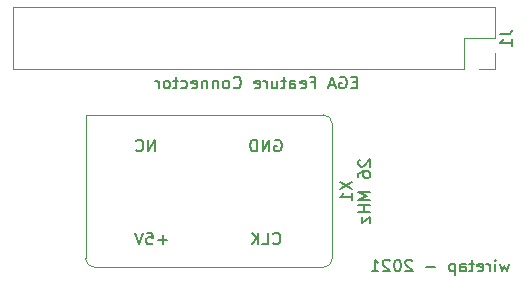
<source format=gbr>
%TF.GenerationSoftware,KiCad,Pcbnew,(5.1.6)-1*%
%TF.CreationDate,2021-03-03T13:24:50-05:00*%
%TF.ProjectId,Super EGA-120,53757065-7220-4454-9741-2d3132302e6b,rev?*%
%TF.SameCoordinates,Original*%
%TF.FileFunction,Legend,Bot*%
%TF.FilePolarity,Positive*%
%FSLAX46Y46*%
G04 Gerber Fmt 4.6, Leading zero omitted, Abs format (unit mm)*
G04 Created by KiCad (PCBNEW (5.1.6)-1) date 2021-03-03 13:24:50*
%MOMM*%
%LPD*%
G01*
G04 APERTURE LIST*
%ADD10C,0.150000*%
%ADD11C,0.120000*%
G04 APERTURE END LIST*
D10*
X168393333Y-107481714D02*
X168202857Y-108148380D01*
X168012380Y-107672190D01*
X167821904Y-108148380D01*
X167631428Y-107481714D01*
X167250476Y-108148380D02*
X167250476Y-107481714D01*
X167250476Y-107148380D02*
X167298095Y-107196000D01*
X167250476Y-107243619D01*
X167202857Y-107196000D01*
X167250476Y-107148380D01*
X167250476Y-107243619D01*
X166774285Y-108148380D02*
X166774285Y-107481714D01*
X166774285Y-107672190D02*
X166726666Y-107576952D01*
X166679047Y-107529333D01*
X166583809Y-107481714D01*
X166488571Y-107481714D01*
X165774285Y-108100761D02*
X165869523Y-108148380D01*
X166060000Y-108148380D01*
X166155238Y-108100761D01*
X166202857Y-108005523D01*
X166202857Y-107624571D01*
X166155238Y-107529333D01*
X166060000Y-107481714D01*
X165869523Y-107481714D01*
X165774285Y-107529333D01*
X165726666Y-107624571D01*
X165726666Y-107719809D01*
X166202857Y-107815047D01*
X165440952Y-107481714D02*
X165060000Y-107481714D01*
X165298095Y-107148380D02*
X165298095Y-108005523D01*
X165250476Y-108100761D01*
X165155238Y-108148380D01*
X165060000Y-108148380D01*
X164298095Y-108148380D02*
X164298095Y-107624571D01*
X164345714Y-107529333D01*
X164440952Y-107481714D01*
X164631428Y-107481714D01*
X164726666Y-107529333D01*
X164298095Y-108100761D02*
X164393333Y-108148380D01*
X164631428Y-108148380D01*
X164726666Y-108100761D01*
X164774285Y-108005523D01*
X164774285Y-107910285D01*
X164726666Y-107815047D01*
X164631428Y-107767428D01*
X164393333Y-107767428D01*
X164298095Y-107719809D01*
X163821904Y-107481714D02*
X163821904Y-108481714D01*
X163821904Y-107529333D02*
X163726666Y-107481714D01*
X163536190Y-107481714D01*
X163440952Y-107529333D01*
X163393333Y-107576952D01*
X163345714Y-107672190D01*
X163345714Y-107957904D01*
X163393333Y-108053142D01*
X163440952Y-108100761D01*
X163536190Y-108148380D01*
X163726666Y-108148380D01*
X163821904Y-108100761D01*
X162155238Y-107767428D02*
X161393333Y-107767428D01*
X160202857Y-107243619D02*
X160155238Y-107196000D01*
X160060000Y-107148380D01*
X159821904Y-107148380D01*
X159726666Y-107196000D01*
X159679047Y-107243619D01*
X159631428Y-107338857D01*
X159631428Y-107434095D01*
X159679047Y-107576952D01*
X160250476Y-108148380D01*
X159631428Y-108148380D01*
X159012380Y-107148380D02*
X158917142Y-107148380D01*
X158821904Y-107196000D01*
X158774285Y-107243619D01*
X158726666Y-107338857D01*
X158679047Y-107529333D01*
X158679047Y-107767428D01*
X158726666Y-107957904D01*
X158774285Y-108053142D01*
X158821904Y-108100761D01*
X158917142Y-108148380D01*
X159012380Y-108148380D01*
X159107619Y-108100761D01*
X159155238Y-108053142D01*
X159202857Y-107957904D01*
X159250476Y-107767428D01*
X159250476Y-107529333D01*
X159202857Y-107338857D01*
X159155238Y-107243619D01*
X159107619Y-107196000D01*
X159012380Y-107148380D01*
X158298095Y-107243619D02*
X158250476Y-107196000D01*
X158155238Y-107148380D01*
X157917142Y-107148380D01*
X157821904Y-107196000D01*
X157774285Y-107243619D01*
X157726666Y-107338857D01*
X157726666Y-107434095D01*
X157774285Y-107576952D01*
X158345714Y-108148380D01*
X157726666Y-108148380D01*
X156774285Y-108148380D02*
X157345714Y-108148380D01*
X157060000Y-108148380D02*
X157060000Y-107148380D01*
X157155238Y-107291238D01*
X157250476Y-107386476D01*
X157345714Y-107434095D01*
X155757619Y-98703142D02*
X155710000Y-98750761D01*
X155662380Y-98846000D01*
X155662380Y-99084095D01*
X155710000Y-99179333D01*
X155757619Y-99226952D01*
X155852857Y-99274571D01*
X155948095Y-99274571D01*
X156090952Y-99226952D01*
X156662380Y-98655523D01*
X156662380Y-99274571D01*
X155662380Y-100131714D02*
X155662380Y-99941238D01*
X155710000Y-99846000D01*
X155757619Y-99798380D01*
X155900476Y-99703142D01*
X156090952Y-99655523D01*
X156471904Y-99655523D01*
X156567142Y-99703142D01*
X156614761Y-99750761D01*
X156662380Y-99846000D01*
X156662380Y-100036476D01*
X156614761Y-100131714D01*
X156567142Y-100179333D01*
X156471904Y-100226952D01*
X156233809Y-100226952D01*
X156138571Y-100179333D01*
X156090952Y-100131714D01*
X156043333Y-100036476D01*
X156043333Y-99846000D01*
X156090952Y-99750761D01*
X156138571Y-99703142D01*
X156233809Y-99655523D01*
X156662380Y-101417428D02*
X155662380Y-101417428D01*
X156376666Y-101750761D01*
X155662380Y-102084095D01*
X156662380Y-102084095D01*
X156662380Y-102560285D02*
X155662380Y-102560285D01*
X156138571Y-102560285D02*
X156138571Y-103131714D01*
X156662380Y-103131714D02*
X155662380Y-103131714D01*
X155995714Y-103512666D02*
X155995714Y-104036476D01*
X156662380Y-103512666D01*
X156662380Y-104036476D01*
X155518380Y-92130571D02*
X155185047Y-92130571D01*
X155042190Y-92654380D02*
X155518380Y-92654380D01*
X155518380Y-91654380D01*
X155042190Y-91654380D01*
X154089809Y-91702000D02*
X154185047Y-91654380D01*
X154327904Y-91654380D01*
X154470761Y-91702000D01*
X154566000Y-91797238D01*
X154613619Y-91892476D01*
X154661238Y-92082952D01*
X154661238Y-92225809D01*
X154613619Y-92416285D01*
X154566000Y-92511523D01*
X154470761Y-92606761D01*
X154327904Y-92654380D01*
X154232666Y-92654380D01*
X154089809Y-92606761D01*
X154042190Y-92559142D01*
X154042190Y-92225809D01*
X154232666Y-92225809D01*
X153661238Y-92368666D02*
X153185047Y-92368666D01*
X153756476Y-92654380D02*
X153423142Y-91654380D01*
X153089809Y-92654380D01*
X151661238Y-92130571D02*
X151994571Y-92130571D01*
X151994571Y-92654380D02*
X151994571Y-91654380D01*
X151518380Y-91654380D01*
X150756476Y-92606761D02*
X150851714Y-92654380D01*
X151042190Y-92654380D01*
X151137428Y-92606761D01*
X151185047Y-92511523D01*
X151185047Y-92130571D01*
X151137428Y-92035333D01*
X151042190Y-91987714D01*
X150851714Y-91987714D01*
X150756476Y-92035333D01*
X150708857Y-92130571D01*
X150708857Y-92225809D01*
X151185047Y-92321047D01*
X149851714Y-92654380D02*
X149851714Y-92130571D01*
X149899333Y-92035333D01*
X149994571Y-91987714D01*
X150185047Y-91987714D01*
X150280285Y-92035333D01*
X149851714Y-92606761D02*
X149946952Y-92654380D01*
X150185047Y-92654380D01*
X150280285Y-92606761D01*
X150327904Y-92511523D01*
X150327904Y-92416285D01*
X150280285Y-92321047D01*
X150185047Y-92273428D01*
X149946952Y-92273428D01*
X149851714Y-92225809D01*
X149518380Y-91987714D02*
X149137428Y-91987714D01*
X149375523Y-91654380D02*
X149375523Y-92511523D01*
X149327904Y-92606761D01*
X149232666Y-92654380D01*
X149137428Y-92654380D01*
X148375523Y-91987714D02*
X148375523Y-92654380D01*
X148804095Y-91987714D02*
X148804095Y-92511523D01*
X148756476Y-92606761D01*
X148661238Y-92654380D01*
X148518380Y-92654380D01*
X148423142Y-92606761D01*
X148375523Y-92559142D01*
X147899333Y-92654380D02*
X147899333Y-91987714D01*
X147899333Y-92178190D02*
X147851714Y-92082952D01*
X147804095Y-92035333D01*
X147708857Y-91987714D01*
X147613619Y-91987714D01*
X146899333Y-92606761D02*
X146994571Y-92654380D01*
X147185047Y-92654380D01*
X147280285Y-92606761D01*
X147327904Y-92511523D01*
X147327904Y-92130571D01*
X147280285Y-92035333D01*
X147185047Y-91987714D01*
X146994571Y-91987714D01*
X146899333Y-92035333D01*
X146851714Y-92130571D01*
X146851714Y-92225809D01*
X147327904Y-92321047D01*
X145089809Y-92559142D02*
X145137428Y-92606761D01*
X145280285Y-92654380D01*
X145375523Y-92654380D01*
X145518380Y-92606761D01*
X145613619Y-92511523D01*
X145661238Y-92416285D01*
X145708857Y-92225809D01*
X145708857Y-92082952D01*
X145661238Y-91892476D01*
X145613619Y-91797238D01*
X145518380Y-91702000D01*
X145375523Y-91654380D01*
X145280285Y-91654380D01*
X145137428Y-91702000D01*
X145089809Y-91749619D01*
X144518380Y-92654380D02*
X144613619Y-92606761D01*
X144661238Y-92559142D01*
X144708857Y-92463904D01*
X144708857Y-92178190D01*
X144661238Y-92082952D01*
X144613619Y-92035333D01*
X144518380Y-91987714D01*
X144375523Y-91987714D01*
X144280285Y-92035333D01*
X144232666Y-92082952D01*
X144185047Y-92178190D01*
X144185047Y-92463904D01*
X144232666Y-92559142D01*
X144280285Y-92606761D01*
X144375523Y-92654380D01*
X144518380Y-92654380D01*
X143756476Y-91987714D02*
X143756476Y-92654380D01*
X143756476Y-92082952D02*
X143708857Y-92035333D01*
X143613619Y-91987714D01*
X143470761Y-91987714D01*
X143375523Y-92035333D01*
X143327904Y-92130571D01*
X143327904Y-92654380D01*
X142851714Y-91987714D02*
X142851714Y-92654380D01*
X142851714Y-92082952D02*
X142804095Y-92035333D01*
X142708857Y-91987714D01*
X142566000Y-91987714D01*
X142470761Y-92035333D01*
X142423142Y-92130571D01*
X142423142Y-92654380D01*
X141566000Y-92606761D02*
X141661238Y-92654380D01*
X141851714Y-92654380D01*
X141946952Y-92606761D01*
X141994571Y-92511523D01*
X141994571Y-92130571D01*
X141946952Y-92035333D01*
X141851714Y-91987714D01*
X141661238Y-91987714D01*
X141566000Y-92035333D01*
X141518380Y-92130571D01*
X141518380Y-92225809D01*
X141994571Y-92321047D01*
X140661238Y-92606761D02*
X140756476Y-92654380D01*
X140946952Y-92654380D01*
X141042190Y-92606761D01*
X141089809Y-92559142D01*
X141137428Y-92463904D01*
X141137428Y-92178190D01*
X141089809Y-92082952D01*
X141042190Y-92035333D01*
X140946952Y-91987714D01*
X140756476Y-91987714D01*
X140661238Y-92035333D01*
X140375523Y-91987714D02*
X139994571Y-91987714D01*
X140232666Y-91654380D02*
X140232666Y-92511523D01*
X140185047Y-92606761D01*
X140089809Y-92654380D01*
X139994571Y-92654380D01*
X139518380Y-92654380D02*
X139613619Y-92606761D01*
X139661238Y-92559142D01*
X139708857Y-92463904D01*
X139708857Y-92178190D01*
X139661238Y-92082952D01*
X139613619Y-92035333D01*
X139518380Y-91987714D01*
X139375523Y-91987714D01*
X139280285Y-92035333D01*
X139232666Y-92082952D01*
X139185047Y-92178190D01*
X139185047Y-92463904D01*
X139232666Y-92559142D01*
X139280285Y-92606761D01*
X139375523Y-92654380D01*
X139518380Y-92654380D01*
X138756476Y-92654380D02*
X138756476Y-91987714D01*
X138756476Y-92178190D02*
X138708857Y-92082952D01*
X138661238Y-92035333D01*
X138566000Y-91987714D01*
X138470761Y-91987714D01*
X139461714Y-105481428D02*
X138699809Y-105481428D01*
X139080761Y-105862380D02*
X139080761Y-105100476D01*
X137747428Y-104862380D02*
X138223619Y-104862380D01*
X138271238Y-105338571D01*
X138223619Y-105290952D01*
X138128380Y-105243333D01*
X137890285Y-105243333D01*
X137795047Y-105290952D01*
X137747428Y-105338571D01*
X137699809Y-105433809D01*
X137699809Y-105671904D01*
X137747428Y-105767142D01*
X137795047Y-105814761D01*
X137890285Y-105862380D01*
X138128380Y-105862380D01*
X138223619Y-105814761D01*
X138271238Y-105767142D01*
X137414095Y-104862380D02*
X137080761Y-105862380D01*
X136747428Y-104862380D01*
X148423238Y-105767142D02*
X148470857Y-105814761D01*
X148613714Y-105862380D01*
X148708952Y-105862380D01*
X148851809Y-105814761D01*
X148947047Y-105719523D01*
X148994666Y-105624285D01*
X149042285Y-105433809D01*
X149042285Y-105290952D01*
X148994666Y-105100476D01*
X148947047Y-105005238D01*
X148851809Y-104910000D01*
X148708952Y-104862380D01*
X148613714Y-104862380D01*
X148470857Y-104910000D01*
X148423238Y-104957619D01*
X147518476Y-105862380D02*
X147994666Y-105862380D01*
X147994666Y-104862380D01*
X147185142Y-105862380D02*
X147185142Y-104862380D01*
X146613714Y-105862380D02*
X147042285Y-105290952D01*
X146613714Y-104862380D02*
X147185142Y-105433809D01*
X138453714Y-97988380D02*
X138453714Y-96988380D01*
X137882285Y-97988380D01*
X137882285Y-96988380D01*
X136834666Y-97893142D02*
X136882285Y-97940761D01*
X137025142Y-97988380D01*
X137120380Y-97988380D01*
X137263238Y-97940761D01*
X137358476Y-97845523D01*
X137406095Y-97750285D01*
X137453714Y-97559809D01*
X137453714Y-97416952D01*
X137406095Y-97226476D01*
X137358476Y-97131238D01*
X137263238Y-97036000D01*
X137120380Y-96988380D01*
X137025142Y-96988380D01*
X136882285Y-97036000D01*
X136834666Y-97083619D01*
X148589904Y-97036000D02*
X148685142Y-96988380D01*
X148828000Y-96988380D01*
X148970857Y-97036000D01*
X149066095Y-97131238D01*
X149113714Y-97226476D01*
X149161333Y-97416952D01*
X149161333Y-97559809D01*
X149113714Y-97750285D01*
X149066095Y-97845523D01*
X148970857Y-97940761D01*
X148828000Y-97988380D01*
X148732761Y-97988380D01*
X148589904Y-97940761D01*
X148542285Y-97893142D01*
X148542285Y-97559809D01*
X148732761Y-97559809D01*
X148113714Y-97988380D02*
X148113714Y-96988380D01*
X147542285Y-97988380D01*
X147542285Y-96988380D01*
X147066095Y-97988380D02*
X147066095Y-96988380D01*
X146828000Y-96988380D01*
X146685142Y-97036000D01*
X146589904Y-97131238D01*
X146542285Y-97226476D01*
X146494666Y-97416952D01*
X146494666Y-97559809D01*
X146542285Y-97750285D01*
X146589904Y-97845523D01*
X146685142Y-97940761D01*
X146828000Y-97988380D01*
X147066095Y-97988380D01*
D11*
%TO.C,J1*%
X167192000Y-90992000D02*
X167192000Y-89662000D01*
X165862000Y-90992000D02*
X167192000Y-90992000D01*
X167192000Y-88392000D02*
X167192000Y-85792000D01*
X164592000Y-88392000D02*
X167192000Y-88392000D01*
X164592000Y-90992000D02*
X164592000Y-88392000D01*
X167192000Y-85792000D02*
X126432000Y-85792000D01*
X164592000Y-90992000D02*
X126432000Y-90992000D01*
X126432000Y-90992000D02*
X126432000Y-85792000D01*
%TO.C,X1*%
X132552000Y-94896000D02*
X152702000Y-94896000D01*
X153452000Y-95646000D02*
X153452000Y-107046000D01*
X152702000Y-107796000D02*
X133302000Y-107796000D01*
X132552000Y-107046000D02*
X132552000Y-94896000D01*
X152702000Y-94896000D02*
G75*
G02*
X153452000Y-95646000I0J-750000D01*
G01*
X153452000Y-107046000D02*
G75*
G02*
X152702000Y-107796000I-750000J0D01*
G01*
X133302000Y-107796000D02*
G75*
G02*
X132552000Y-107046000I0J750000D01*
G01*
%TO.C,J1*%
D10*
X167644380Y-88058666D02*
X168358666Y-88058666D01*
X168501523Y-88011047D01*
X168596761Y-87915809D01*
X168644380Y-87772952D01*
X168644380Y-87677714D01*
X168644380Y-89058666D02*
X168644380Y-88487238D01*
X168644380Y-88772952D02*
X167644380Y-88772952D01*
X167787238Y-88677714D01*
X167882476Y-88582476D01*
X167930095Y-88487238D01*
%TO.C,X1*%
X154138380Y-100536476D02*
X155138380Y-101203142D01*
X154138380Y-101203142D02*
X155138380Y-100536476D01*
X155138380Y-102107904D02*
X155138380Y-101536476D01*
X155138380Y-101822190D02*
X154138380Y-101822190D01*
X154281238Y-101726952D01*
X154376476Y-101631714D01*
X154424095Y-101536476D01*
%TD*%
M02*

</source>
